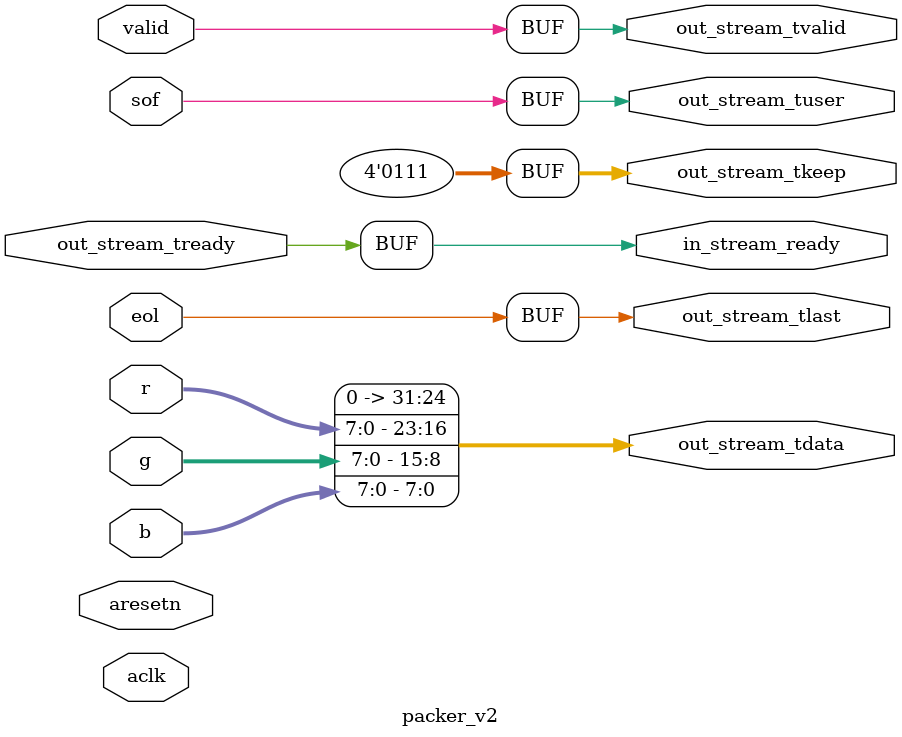
<source format=v>
module packer_v2(
    input           aclk,
    input           aresetn,

    input  [7:0]    r, g, b,
    input           eol,
    output          in_stream_ready,
    input           valid,
    input           sof, 

    output [31:0]   out_stream_tdata,
    output [3:0]    out_stream_tkeep,
    output          out_stream_tlast,
    input           out_stream_tready,
    output          out_stream_tvalid,
    output [0:0]    out_stream_tuser 
);

assign out_stream_tdata  = {8'b0, r, g, b};
assign out_stream_tkeep  = 4'b0111;
assign out_stream_tvalid = valid;
assign out_stream_tlast  = eol;
assign out_stream_tuser  = sof;
assign in_stream_ready   = out_stream_tready;

endmodule

</source>
